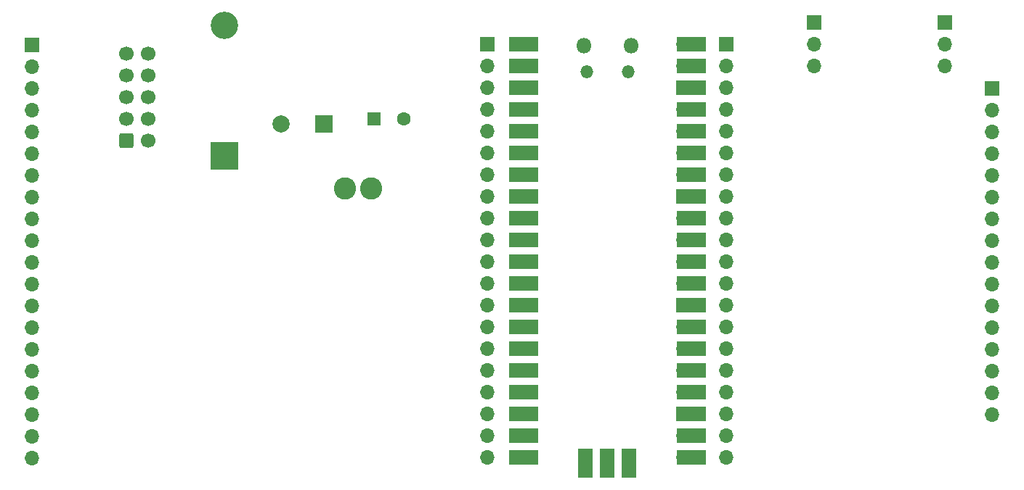
<source format=gbr>
%TF.GenerationSoftware,KiCad,Pcbnew,7.0.2*%
%TF.CreationDate,2024-07-09T13:38:02+01:00*%
%TF.ProjectId,dk2_03_bottom,646b325f-3033-45f6-926f-74746f6d2e6b,rev?*%
%TF.SameCoordinates,Original*%
%TF.FileFunction,Soldermask,Bot*%
%TF.FilePolarity,Negative*%
%FSLAX46Y46*%
G04 Gerber Fmt 4.6, Leading zero omitted, Abs format (unit mm)*
G04 Created by KiCad (PCBNEW 7.0.2) date 2024-07-09 13:38:02*
%MOMM*%
%LPD*%
G01*
G04 APERTURE LIST*
G04 Aperture macros list*
%AMRoundRect*
0 Rectangle with rounded corners*
0 $1 Rounding radius*
0 $2 $3 $4 $5 $6 $7 $8 $9 X,Y pos of 4 corners*
0 Add a 4 corners polygon primitive as box body*
4,1,4,$2,$3,$4,$5,$6,$7,$8,$9,$2,$3,0*
0 Add four circle primitives for the rounded corners*
1,1,$1+$1,$2,$3*
1,1,$1+$1,$4,$5*
1,1,$1+$1,$6,$7*
1,1,$1+$1,$8,$9*
0 Add four rect primitives between the rounded corners*
20,1,$1+$1,$2,$3,$4,$5,0*
20,1,$1+$1,$4,$5,$6,$7,0*
20,1,$1+$1,$6,$7,$8,$9,0*
20,1,$1+$1,$8,$9,$2,$3,0*%
G04 Aperture macros list end*
%ADD10R,1.700000X1.700000*%
%ADD11O,1.700000X1.700000*%
%ADD12RoundRect,0.250000X-0.600000X-0.600000X0.600000X-0.600000X0.600000X0.600000X-0.600000X0.600000X0*%
%ADD13C,1.700000*%
%ADD14C,2.600000*%
%ADD15R,1.600000X1.600000*%
%ADD16C,1.600000*%
%ADD17R,2.000000X2.000000*%
%ADD18C,2.000000*%
%ADD19R,3.200000X3.200000*%
%ADD20O,3.200000X3.200000*%
%ADD21O,1.800000X1.800000*%
%ADD22O,1.500000X1.500000*%
%ADD23R,3.500000X1.700000*%
%ADD24R,1.700000X3.500000*%
G04 APERTURE END LIST*
D10*
%TO.C,J1*%
X84000000Y-55920000D03*
D11*
X84000000Y-58460000D03*
X84000000Y-61000000D03*
X84000000Y-63540000D03*
X84000000Y-66080000D03*
X84000000Y-68620000D03*
X84000000Y-71160000D03*
X84000000Y-73700000D03*
X84000000Y-76240000D03*
X84000000Y-78780000D03*
X84000000Y-81320000D03*
X84000000Y-83860000D03*
X84000000Y-86400000D03*
X84000000Y-88940000D03*
X84000000Y-91480000D03*
X84000000Y-94020000D03*
X84000000Y-96560000D03*
X84000000Y-99100000D03*
X84000000Y-101640000D03*
X84000000Y-104180000D03*
%TD*%
D10*
%TO.C,J2*%
X196000000Y-61000000D03*
D11*
X196000000Y-63540000D03*
X196000000Y-66080000D03*
X196000000Y-68620000D03*
X196000000Y-71160000D03*
X196000000Y-73700000D03*
X196000000Y-76240000D03*
X196000000Y-78780000D03*
X196000000Y-81320000D03*
X196000000Y-83860000D03*
X196000000Y-86400000D03*
X196000000Y-88940000D03*
X196000000Y-91480000D03*
X196000000Y-94020000D03*
X196000000Y-96560000D03*
X196000000Y-99100000D03*
%TD*%
D12*
%TO.C,J3*%
X95000000Y-67080000D03*
D13*
X97540000Y-67080000D03*
X95000000Y-64540000D03*
X97540000Y-64540000D03*
X95000000Y-62000000D03*
X97540000Y-62000000D03*
X95000000Y-59460000D03*
X97540000Y-59460000D03*
X95000000Y-56920000D03*
X97540000Y-56920000D03*
%TD*%
D10*
%TO.C,JP1*%
X190500000Y-53340000D03*
D11*
X190500000Y-55880000D03*
X190500000Y-58420000D03*
%TD*%
D14*
%TO.C,L1*%
X120532323Y-72700000D03*
X123532323Y-72700000D03*
%TD*%
D10*
%TO.C,J4*%
X165000000Y-55880000D03*
D11*
X165000000Y-58420000D03*
X165000000Y-60960000D03*
X165000000Y-63500000D03*
X165000000Y-66040000D03*
X165000000Y-68580000D03*
X165000000Y-71120000D03*
X165000000Y-73660000D03*
X165000000Y-76200000D03*
X165000000Y-78740000D03*
X165000000Y-81280000D03*
X165000000Y-83820000D03*
X165000000Y-86360000D03*
X165000000Y-88900000D03*
X165000000Y-91440000D03*
X165000000Y-93980000D03*
X165000000Y-96520000D03*
X165000000Y-99060000D03*
X165000000Y-101600000D03*
X165000000Y-104140000D03*
%TD*%
D15*
%TO.C,C27*%
X123879672Y-64600000D03*
D16*
X127379672Y-64600000D03*
%TD*%
D17*
%TO.C,C25*%
X118100000Y-65200000D03*
D18*
X113100000Y-65200000D03*
%TD*%
D19*
%TO.C,D2*%
X106490000Y-68880000D03*
D20*
X106490000Y-53640000D03*
%TD*%
D10*
%TO.C,J6*%
X175260000Y-53340000D03*
D11*
X175260000Y-55880000D03*
X175260000Y-58420000D03*
%TD*%
D10*
%TO.C,J5*%
X137160000Y-55880000D03*
D11*
X137160000Y-58420000D03*
X137160000Y-60960000D03*
X137160000Y-63500000D03*
X137160000Y-66040000D03*
X137160000Y-68580000D03*
X137160000Y-71120000D03*
X137160000Y-73660000D03*
X137160000Y-76200000D03*
X137160000Y-78740000D03*
X137160000Y-81280000D03*
X137160000Y-83820000D03*
X137160000Y-86360000D03*
X137160000Y-88900000D03*
X137160000Y-91440000D03*
X137160000Y-93980000D03*
X137160000Y-96520000D03*
X137160000Y-99060000D03*
X137160000Y-101600000D03*
X137160000Y-104140000D03*
%TD*%
D21*
%TO.C,U1*%
X153855000Y-56010000D03*
D22*
X153555000Y-59040000D03*
X148705000Y-59040000D03*
D21*
X148405000Y-56010000D03*
D11*
X160020000Y-55880000D03*
D23*
X160920000Y-55880000D03*
D11*
X160020000Y-58420000D03*
D23*
X160920000Y-58420000D03*
D10*
X160020000Y-60960000D03*
D23*
X160920000Y-60960000D03*
D11*
X160020000Y-63500000D03*
D23*
X160920000Y-63500000D03*
D11*
X160020000Y-66040000D03*
D23*
X160920000Y-66040000D03*
D11*
X160020000Y-68580000D03*
D23*
X160920000Y-68580000D03*
D11*
X160020000Y-71120000D03*
D23*
X160920000Y-71120000D03*
D10*
X160020000Y-73660000D03*
D23*
X160920000Y-73660000D03*
D11*
X160020000Y-76200000D03*
D23*
X160920000Y-76200000D03*
D11*
X160020000Y-78740000D03*
D23*
X160920000Y-78740000D03*
D11*
X160020000Y-81280000D03*
D23*
X160920000Y-81280000D03*
D11*
X160020000Y-83820000D03*
D23*
X160920000Y-83820000D03*
D10*
X160020000Y-86360000D03*
D23*
X160920000Y-86360000D03*
D11*
X160020000Y-88900000D03*
D23*
X160920000Y-88900000D03*
D11*
X160020000Y-91440000D03*
D23*
X160920000Y-91440000D03*
D11*
X160020000Y-93980000D03*
D23*
X160920000Y-93980000D03*
D11*
X160020000Y-96520000D03*
D23*
X160920000Y-96520000D03*
D10*
X160020000Y-99060000D03*
D23*
X160920000Y-99060000D03*
D11*
X160020000Y-101600000D03*
D23*
X160920000Y-101600000D03*
D11*
X160020000Y-104140000D03*
D23*
X160920000Y-104140000D03*
D11*
X142240000Y-104140000D03*
D23*
X141340000Y-104140000D03*
D11*
X142240000Y-101600000D03*
D23*
X141340000Y-101600000D03*
D10*
X142240000Y-99060000D03*
D23*
X141340000Y-99060000D03*
D11*
X142240000Y-96520000D03*
D23*
X141340000Y-96520000D03*
D11*
X142240000Y-93980000D03*
D23*
X141340000Y-93980000D03*
D11*
X142240000Y-91440000D03*
D23*
X141340000Y-91440000D03*
D11*
X142240000Y-88900000D03*
D23*
X141340000Y-88900000D03*
D10*
X142240000Y-86360000D03*
D23*
X141340000Y-86360000D03*
D11*
X142240000Y-83820000D03*
D23*
X141340000Y-83820000D03*
D11*
X142240000Y-81280000D03*
D23*
X141340000Y-81280000D03*
D11*
X142240000Y-78740000D03*
D23*
X141340000Y-78740000D03*
D11*
X142240000Y-76200000D03*
D23*
X141340000Y-76200000D03*
D10*
X142240000Y-73660000D03*
D23*
X141340000Y-73660000D03*
D11*
X142240000Y-71120000D03*
D23*
X141340000Y-71120000D03*
D11*
X142240000Y-68580000D03*
D23*
X141340000Y-68580000D03*
D11*
X142240000Y-66040000D03*
D23*
X141340000Y-66040000D03*
D11*
X142240000Y-63500000D03*
D23*
X141340000Y-63500000D03*
D10*
X142240000Y-60960000D03*
D23*
X141340000Y-60960000D03*
D11*
X142240000Y-58420000D03*
D23*
X141340000Y-58420000D03*
D11*
X142240000Y-55880000D03*
D23*
X141340000Y-55880000D03*
D11*
X153670000Y-103910000D03*
D24*
X153670000Y-104810000D03*
D10*
X151130000Y-103910000D03*
D24*
X151130000Y-104810000D03*
D11*
X148590000Y-103910000D03*
D24*
X148590000Y-104810000D03*
%TD*%
M02*

</source>
